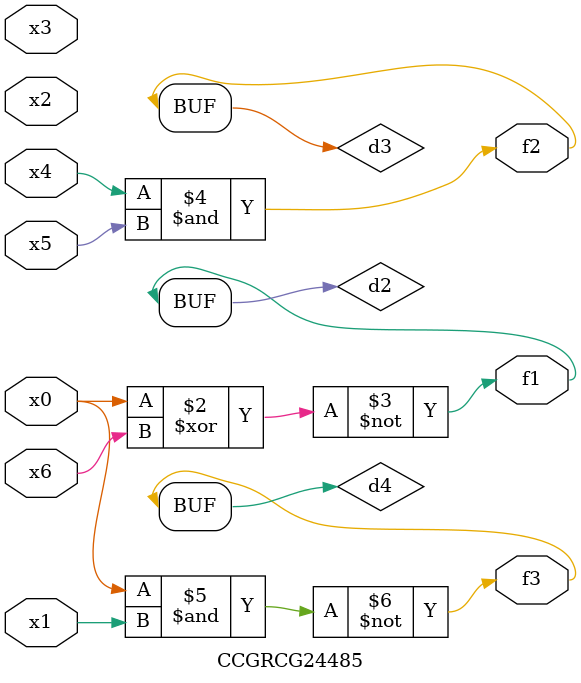
<source format=v>
module CCGRCG24485(
	input x0, x1, x2, x3, x4, x5, x6,
	output f1, f2, f3
);

	wire d1, d2, d3, d4;

	nor (d1, x0);
	xnor (d2, x0, x6);
	and (d3, x4, x5);
	nand (d4, x0, x1);
	assign f1 = d2;
	assign f2 = d3;
	assign f3 = d4;
endmodule

</source>
